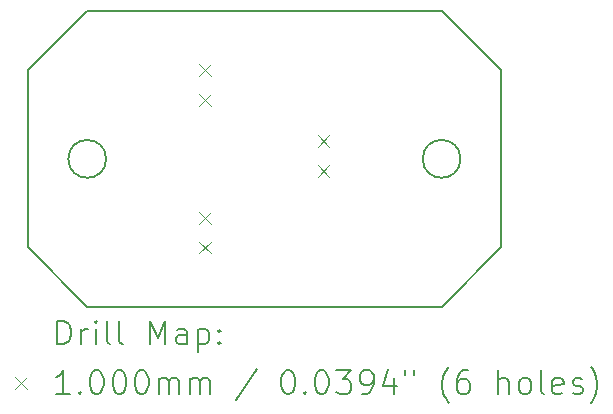
<source format=gbr>
%TF.GenerationSoftware,KiCad,Pcbnew,(6.0.7)*%
%TF.CreationDate,2022-09-09T14:19:01-05:00*%
%TF.ProjectId,Voron Fan PCB,566f726f-6e20-4466-916e-205043422e6b,rev?*%
%TF.SameCoordinates,Original*%
%TF.FileFunction,Drillmap*%
%TF.FilePolarity,Positive*%
%FSLAX45Y45*%
G04 Gerber Fmt 4.5, Leading zero omitted, Abs format (unit mm)*
G04 Created by KiCad (PCBNEW (6.0.7)) date 2022-09-09 14:19:01*
%MOMM*%
%LPD*%
G01*
G04 APERTURE LIST*
%ADD10C,0.200000*%
%ADD11C,0.100000*%
G04 APERTURE END LIST*
D10*
X10500000Y-6500000D02*
X10500000Y-5000000D01*
X7160000Y-5750000D02*
G75*
G03*
X7160000Y-5750000I-160000J0D01*
G01*
X10000000Y-4500000D02*
X10500000Y-5000000D01*
X10000000Y-7000000D02*
X10500000Y-6500000D01*
X10160000Y-5750000D02*
G75*
G03*
X10160000Y-5750000I-160000J0D01*
G01*
X6500000Y-6500000D02*
X7000000Y-7000000D01*
X6500000Y-5000000D02*
X6500000Y-6500000D01*
X7000000Y-4500000D02*
X6500000Y-5000000D01*
X7000000Y-7000000D02*
X10000000Y-7000000D01*
X10000000Y-4500000D02*
X7000000Y-4500000D01*
D11*
X7950000Y-4950000D02*
X8050000Y-5050000D01*
X8050000Y-4950000D02*
X7950000Y-5050000D01*
X7950000Y-5200000D02*
X8050000Y-5300000D01*
X8050000Y-5200000D02*
X7950000Y-5300000D01*
X7950000Y-6200000D02*
X8050000Y-6300000D01*
X8050000Y-6200000D02*
X7950000Y-6300000D01*
X7950000Y-6450000D02*
X8050000Y-6550000D01*
X8050000Y-6450000D02*
X7950000Y-6550000D01*
X8950000Y-5550000D02*
X9050000Y-5650000D01*
X9050000Y-5550000D02*
X8950000Y-5650000D01*
X8950000Y-5800000D02*
X9050000Y-5900000D01*
X9050000Y-5800000D02*
X8950000Y-5900000D01*
D10*
X6747619Y-7320476D02*
X6747619Y-7120476D01*
X6795238Y-7120476D01*
X6823809Y-7130000D01*
X6842857Y-7149048D01*
X6852381Y-7168095D01*
X6861905Y-7206190D01*
X6861905Y-7234762D01*
X6852381Y-7272857D01*
X6842857Y-7291905D01*
X6823809Y-7310952D01*
X6795238Y-7320476D01*
X6747619Y-7320476D01*
X6947619Y-7320476D02*
X6947619Y-7187143D01*
X6947619Y-7225238D02*
X6957143Y-7206190D01*
X6966667Y-7196667D01*
X6985714Y-7187143D01*
X7004762Y-7187143D01*
X7071428Y-7320476D02*
X7071428Y-7187143D01*
X7071428Y-7120476D02*
X7061905Y-7130000D01*
X7071428Y-7139524D01*
X7080952Y-7130000D01*
X7071428Y-7120476D01*
X7071428Y-7139524D01*
X7195238Y-7320476D02*
X7176190Y-7310952D01*
X7166667Y-7291905D01*
X7166667Y-7120476D01*
X7300000Y-7320476D02*
X7280952Y-7310952D01*
X7271428Y-7291905D01*
X7271428Y-7120476D01*
X7528571Y-7320476D02*
X7528571Y-7120476D01*
X7595238Y-7263333D01*
X7661905Y-7120476D01*
X7661905Y-7320476D01*
X7842857Y-7320476D02*
X7842857Y-7215714D01*
X7833333Y-7196667D01*
X7814286Y-7187143D01*
X7776190Y-7187143D01*
X7757143Y-7196667D01*
X7842857Y-7310952D02*
X7823809Y-7320476D01*
X7776190Y-7320476D01*
X7757143Y-7310952D01*
X7747619Y-7291905D01*
X7747619Y-7272857D01*
X7757143Y-7253809D01*
X7776190Y-7244286D01*
X7823809Y-7244286D01*
X7842857Y-7234762D01*
X7938095Y-7187143D02*
X7938095Y-7387143D01*
X7938095Y-7196667D02*
X7957143Y-7187143D01*
X7995238Y-7187143D01*
X8014286Y-7196667D01*
X8023809Y-7206190D01*
X8033333Y-7225238D01*
X8033333Y-7282381D01*
X8023809Y-7301428D01*
X8014286Y-7310952D01*
X7995238Y-7320476D01*
X7957143Y-7320476D01*
X7938095Y-7310952D01*
X8119048Y-7301428D02*
X8128571Y-7310952D01*
X8119048Y-7320476D01*
X8109524Y-7310952D01*
X8119048Y-7301428D01*
X8119048Y-7320476D01*
X8119048Y-7196667D02*
X8128571Y-7206190D01*
X8119048Y-7215714D01*
X8109524Y-7206190D01*
X8119048Y-7196667D01*
X8119048Y-7215714D01*
D11*
X6390000Y-7600000D02*
X6490000Y-7700000D01*
X6490000Y-7600000D02*
X6390000Y-7700000D01*
D10*
X6852381Y-7740476D02*
X6738095Y-7740476D01*
X6795238Y-7740476D02*
X6795238Y-7540476D01*
X6776190Y-7569048D01*
X6757143Y-7588095D01*
X6738095Y-7597619D01*
X6938095Y-7721428D02*
X6947619Y-7730952D01*
X6938095Y-7740476D01*
X6928571Y-7730952D01*
X6938095Y-7721428D01*
X6938095Y-7740476D01*
X7071428Y-7540476D02*
X7090476Y-7540476D01*
X7109524Y-7550000D01*
X7119048Y-7559524D01*
X7128571Y-7578571D01*
X7138095Y-7616667D01*
X7138095Y-7664286D01*
X7128571Y-7702381D01*
X7119048Y-7721428D01*
X7109524Y-7730952D01*
X7090476Y-7740476D01*
X7071428Y-7740476D01*
X7052381Y-7730952D01*
X7042857Y-7721428D01*
X7033333Y-7702381D01*
X7023809Y-7664286D01*
X7023809Y-7616667D01*
X7033333Y-7578571D01*
X7042857Y-7559524D01*
X7052381Y-7550000D01*
X7071428Y-7540476D01*
X7261905Y-7540476D02*
X7280952Y-7540476D01*
X7300000Y-7550000D01*
X7309524Y-7559524D01*
X7319048Y-7578571D01*
X7328571Y-7616667D01*
X7328571Y-7664286D01*
X7319048Y-7702381D01*
X7309524Y-7721428D01*
X7300000Y-7730952D01*
X7280952Y-7740476D01*
X7261905Y-7740476D01*
X7242857Y-7730952D01*
X7233333Y-7721428D01*
X7223809Y-7702381D01*
X7214286Y-7664286D01*
X7214286Y-7616667D01*
X7223809Y-7578571D01*
X7233333Y-7559524D01*
X7242857Y-7550000D01*
X7261905Y-7540476D01*
X7452381Y-7540476D02*
X7471428Y-7540476D01*
X7490476Y-7550000D01*
X7500000Y-7559524D01*
X7509524Y-7578571D01*
X7519048Y-7616667D01*
X7519048Y-7664286D01*
X7509524Y-7702381D01*
X7500000Y-7721428D01*
X7490476Y-7730952D01*
X7471428Y-7740476D01*
X7452381Y-7740476D01*
X7433333Y-7730952D01*
X7423809Y-7721428D01*
X7414286Y-7702381D01*
X7404762Y-7664286D01*
X7404762Y-7616667D01*
X7414286Y-7578571D01*
X7423809Y-7559524D01*
X7433333Y-7550000D01*
X7452381Y-7540476D01*
X7604762Y-7740476D02*
X7604762Y-7607143D01*
X7604762Y-7626190D02*
X7614286Y-7616667D01*
X7633333Y-7607143D01*
X7661905Y-7607143D01*
X7680952Y-7616667D01*
X7690476Y-7635714D01*
X7690476Y-7740476D01*
X7690476Y-7635714D02*
X7700000Y-7616667D01*
X7719048Y-7607143D01*
X7747619Y-7607143D01*
X7766667Y-7616667D01*
X7776190Y-7635714D01*
X7776190Y-7740476D01*
X7871428Y-7740476D02*
X7871428Y-7607143D01*
X7871428Y-7626190D02*
X7880952Y-7616667D01*
X7900000Y-7607143D01*
X7928571Y-7607143D01*
X7947619Y-7616667D01*
X7957143Y-7635714D01*
X7957143Y-7740476D01*
X7957143Y-7635714D02*
X7966667Y-7616667D01*
X7985714Y-7607143D01*
X8014286Y-7607143D01*
X8033333Y-7616667D01*
X8042857Y-7635714D01*
X8042857Y-7740476D01*
X8433333Y-7530952D02*
X8261905Y-7788095D01*
X8690476Y-7540476D02*
X8709524Y-7540476D01*
X8728571Y-7550000D01*
X8738095Y-7559524D01*
X8747619Y-7578571D01*
X8757143Y-7616667D01*
X8757143Y-7664286D01*
X8747619Y-7702381D01*
X8738095Y-7721428D01*
X8728571Y-7730952D01*
X8709524Y-7740476D01*
X8690476Y-7740476D01*
X8671429Y-7730952D01*
X8661905Y-7721428D01*
X8652381Y-7702381D01*
X8642857Y-7664286D01*
X8642857Y-7616667D01*
X8652381Y-7578571D01*
X8661905Y-7559524D01*
X8671429Y-7550000D01*
X8690476Y-7540476D01*
X8842857Y-7721428D02*
X8852381Y-7730952D01*
X8842857Y-7740476D01*
X8833333Y-7730952D01*
X8842857Y-7721428D01*
X8842857Y-7740476D01*
X8976190Y-7540476D02*
X8995238Y-7540476D01*
X9014286Y-7550000D01*
X9023810Y-7559524D01*
X9033333Y-7578571D01*
X9042857Y-7616667D01*
X9042857Y-7664286D01*
X9033333Y-7702381D01*
X9023810Y-7721428D01*
X9014286Y-7730952D01*
X8995238Y-7740476D01*
X8976190Y-7740476D01*
X8957143Y-7730952D01*
X8947619Y-7721428D01*
X8938095Y-7702381D01*
X8928571Y-7664286D01*
X8928571Y-7616667D01*
X8938095Y-7578571D01*
X8947619Y-7559524D01*
X8957143Y-7550000D01*
X8976190Y-7540476D01*
X9109524Y-7540476D02*
X9233333Y-7540476D01*
X9166667Y-7616667D01*
X9195238Y-7616667D01*
X9214286Y-7626190D01*
X9223810Y-7635714D01*
X9233333Y-7654762D01*
X9233333Y-7702381D01*
X9223810Y-7721428D01*
X9214286Y-7730952D01*
X9195238Y-7740476D01*
X9138095Y-7740476D01*
X9119048Y-7730952D01*
X9109524Y-7721428D01*
X9328571Y-7740476D02*
X9366667Y-7740476D01*
X9385714Y-7730952D01*
X9395238Y-7721428D01*
X9414286Y-7692857D01*
X9423810Y-7654762D01*
X9423810Y-7578571D01*
X9414286Y-7559524D01*
X9404762Y-7550000D01*
X9385714Y-7540476D01*
X9347619Y-7540476D01*
X9328571Y-7550000D01*
X9319048Y-7559524D01*
X9309524Y-7578571D01*
X9309524Y-7626190D01*
X9319048Y-7645238D01*
X9328571Y-7654762D01*
X9347619Y-7664286D01*
X9385714Y-7664286D01*
X9404762Y-7654762D01*
X9414286Y-7645238D01*
X9423810Y-7626190D01*
X9595238Y-7607143D02*
X9595238Y-7740476D01*
X9547619Y-7530952D02*
X9500000Y-7673809D01*
X9623810Y-7673809D01*
X9690476Y-7540476D02*
X9690476Y-7578571D01*
X9766667Y-7540476D02*
X9766667Y-7578571D01*
X10061905Y-7816667D02*
X10052381Y-7807143D01*
X10033333Y-7778571D01*
X10023810Y-7759524D01*
X10014286Y-7730952D01*
X10004762Y-7683333D01*
X10004762Y-7645238D01*
X10014286Y-7597619D01*
X10023810Y-7569048D01*
X10033333Y-7550000D01*
X10052381Y-7521428D01*
X10061905Y-7511905D01*
X10223810Y-7540476D02*
X10185714Y-7540476D01*
X10166667Y-7550000D01*
X10157143Y-7559524D01*
X10138095Y-7588095D01*
X10128571Y-7626190D01*
X10128571Y-7702381D01*
X10138095Y-7721428D01*
X10147619Y-7730952D01*
X10166667Y-7740476D01*
X10204762Y-7740476D01*
X10223810Y-7730952D01*
X10233333Y-7721428D01*
X10242857Y-7702381D01*
X10242857Y-7654762D01*
X10233333Y-7635714D01*
X10223810Y-7626190D01*
X10204762Y-7616667D01*
X10166667Y-7616667D01*
X10147619Y-7626190D01*
X10138095Y-7635714D01*
X10128571Y-7654762D01*
X10480952Y-7740476D02*
X10480952Y-7540476D01*
X10566667Y-7740476D02*
X10566667Y-7635714D01*
X10557143Y-7616667D01*
X10538095Y-7607143D01*
X10509524Y-7607143D01*
X10490476Y-7616667D01*
X10480952Y-7626190D01*
X10690476Y-7740476D02*
X10671429Y-7730952D01*
X10661905Y-7721428D01*
X10652381Y-7702381D01*
X10652381Y-7645238D01*
X10661905Y-7626190D01*
X10671429Y-7616667D01*
X10690476Y-7607143D01*
X10719048Y-7607143D01*
X10738095Y-7616667D01*
X10747619Y-7626190D01*
X10757143Y-7645238D01*
X10757143Y-7702381D01*
X10747619Y-7721428D01*
X10738095Y-7730952D01*
X10719048Y-7740476D01*
X10690476Y-7740476D01*
X10871429Y-7740476D02*
X10852381Y-7730952D01*
X10842857Y-7711905D01*
X10842857Y-7540476D01*
X11023810Y-7730952D02*
X11004762Y-7740476D01*
X10966667Y-7740476D01*
X10947619Y-7730952D01*
X10938095Y-7711905D01*
X10938095Y-7635714D01*
X10947619Y-7616667D01*
X10966667Y-7607143D01*
X11004762Y-7607143D01*
X11023810Y-7616667D01*
X11033333Y-7635714D01*
X11033333Y-7654762D01*
X10938095Y-7673809D01*
X11109524Y-7730952D02*
X11128571Y-7740476D01*
X11166667Y-7740476D01*
X11185714Y-7730952D01*
X11195238Y-7711905D01*
X11195238Y-7702381D01*
X11185714Y-7683333D01*
X11166667Y-7673809D01*
X11138095Y-7673809D01*
X11119048Y-7664286D01*
X11109524Y-7645238D01*
X11109524Y-7635714D01*
X11119048Y-7616667D01*
X11138095Y-7607143D01*
X11166667Y-7607143D01*
X11185714Y-7616667D01*
X11261905Y-7816667D02*
X11271428Y-7807143D01*
X11290476Y-7778571D01*
X11300000Y-7759524D01*
X11309524Y-7730952D01*
X11319048Y-7683333D01*
X11319048Y-7645238D01*
X11309524Y-7597619D01*
X11300000Y-7569048D01*
X11290476Y-7550000D01*
X11271428Y-7521428D01*
X11261905Y-7511905D01*
M02*

</source>
